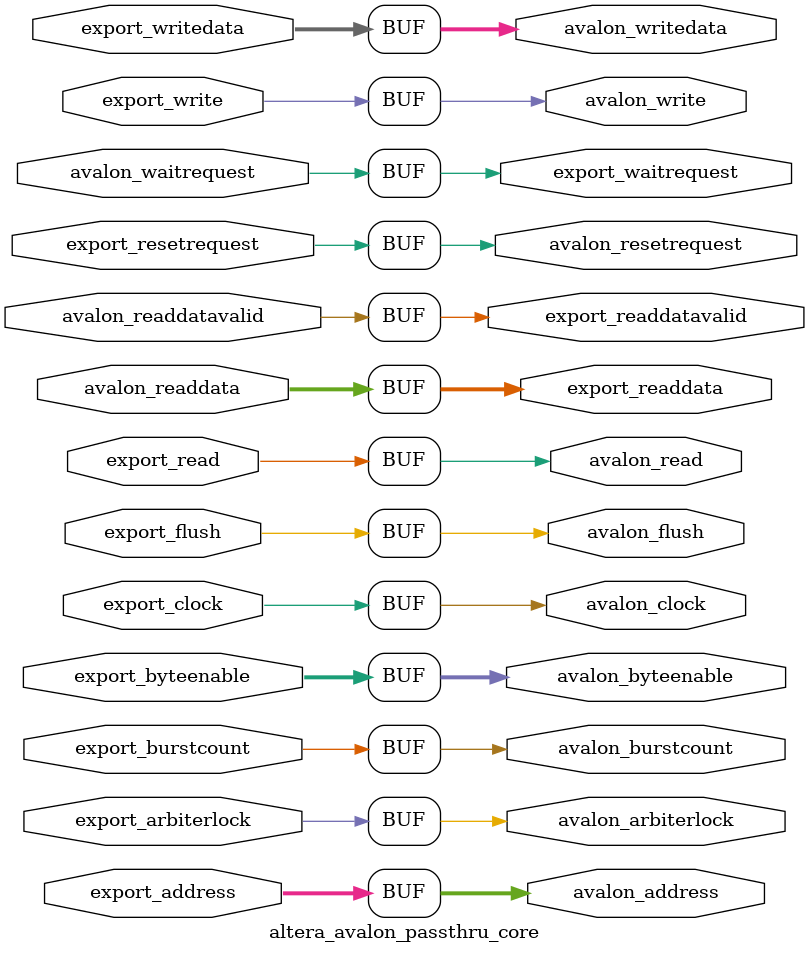
<source format=v>


module altera_avalon_passthru_core(
	avalon_clock,
	avalon_address,
	avalon_read,
	avalon_readdata,
	avalon_write,
	avalon_writedata,
	avalon_byteenable,
	avalon_waitrequest,
	avalon_arbiterlock,
	avalon_readdatavalid,
	avalon_flush,
	avalon_burstcount,
	avalon_resetrequest,

	export_clock,
	export_address,
    export_read,
    export_readdata,
    export_write,
    export_writedata,
    export_byteenable,
    export_waitrequest,
  	export_arbiterlock,
    export_readdatavalid,
	export_flush,
	export_burstcount,
    export_resetrequest
);
	parameter WORD_SIZE = 8;
	parameter DATA_WIDTH = 32;
    parameter AVL_ADDRESS_WIDTH = 34;
    localparam BYTEENABLE_WIDTH = DATA_WIDTH/WORD_SIZE;
	parameter BURSTCOUNT_WIDTH = 1;

	output avalon_clock;
	input export_clock;
	//assign export_clock = avalon_clock;
	assign avalon_clock = export_clock;

    output [AVL_ADDRESS_WIDTH-1:0] avalon_address;
    input [AVL_ADDRESS_WIDTH-1:0] export_address;
	assign avalon_address = export_address;
	
	output avalon_read;
	input export_read;
	assign avalon_read = export_read;

	input [DATA_WIDTH-1:0] avalon_readdata;
	output [DATA_WIDTH-1:0] export_readdata;
	assign export_readdata = avalon_readdata;
    
   	output avalon_write;
	input export_write;
	assign avalon_write = export_write;

	output [DATA_WIDTH-1:0] avalon_writedata;
	input [DATA_WIDTH-1:0] export_writedata;
	assign avalon_writedata = export_writedata;

	output [BYTEENABLE_WIDTH-1:0] avalon_byteenable;
	input [BYTEENABLE_WIDTH-1:0] export_byteenable;
	assign avalon_byteenable = export_byteenable;    

    input avalon_waitrequest;
    output export_waitrequest;
	assign export_waitrequest = avalon_waitrequest;

	output avalon_arbiterlock;
	input export_arbiterlock;
	assign avalon_arbiterlock = export_arbiterlock;

	input avalon_readdatavalid;
    output export_readdatavalid;
	assign export_readdatavalid = avalon_readdatavalid;

	output avalon_flush;
	input export_flush;
	assign avalon_flush = export_flush;

   	output  [BURSTCOUNT_WIDTH-1:0] avalon_burstcount;
   	input  [BURSTCOUNT_WIDTH-1:0] export_burstcount;
	assign avalon_burstcount = export_burstcount;

    output avalon_resetrequest;
    input export_resetrequest;
	assign avalon_resetrequest = export_resetrequest;

endmodule	

</source>
